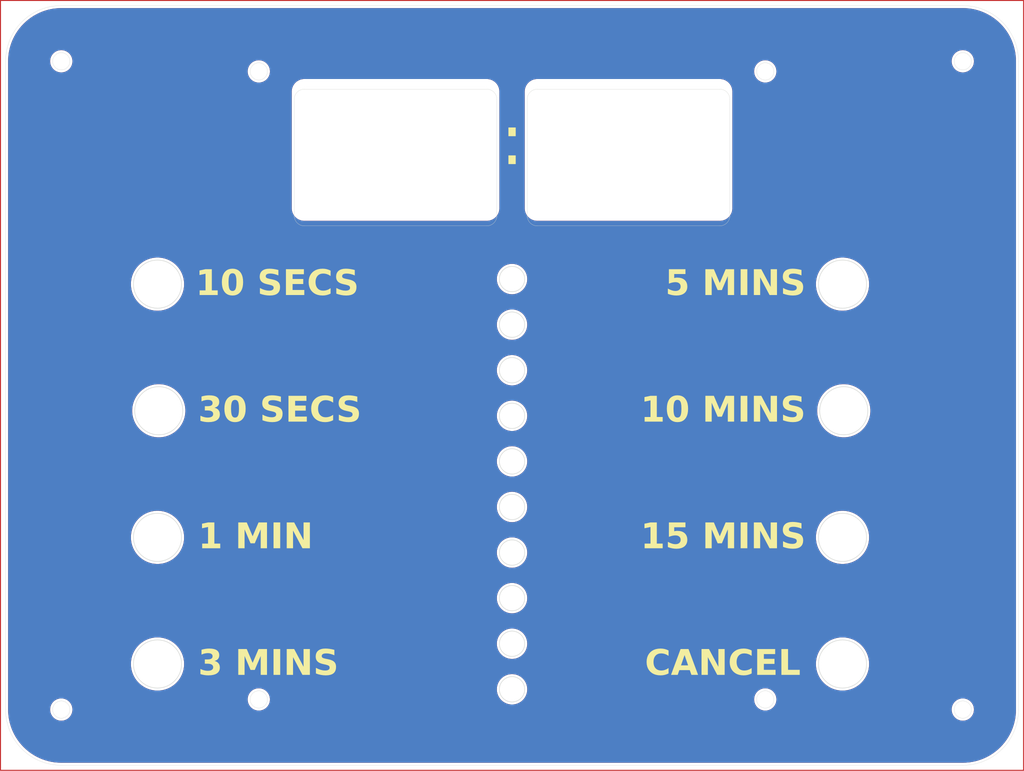
<source format=kicad_pcb>
(kicad_pcb (version 20241229) (generator "pcbnew") (generator_version "9.0")
  (layers (0 "F.Cu" signal) (2 "B.Cu" signal) (13 "F.Paste" user) (15 "B.Paste" user) (5 "F.SilkS" user "F.Silkscreen") (7 "B.SilkS" user "B.Silkscreen") (1 "F.Mask" user) (3 "B.Mask" user) (25 "Edge.Cuts" user))
  (net 0 "")
  (gr_rect (start -101 -76) (end 101 76) (stroke (width 0.2)) (fill no) (layer "F.Cu"))
  (gr_arc (start -100 -64) (mid -96.778175 -71.778175) (end -89 -75) (stroke (width 0.05)) (layer "Edge.Cuts"))
  (gr_circle (center -70 -20) (end -65.25 -20) (stroke (width 0.1)) (fill no) (layer "Edge.Cuts"))
  (gr_line (start -41 -31.5) (end -5 -31.5) (stroke (width 0.05)) (layer "Edge.Cuts"))
  (gr_line (start 41 -58.5) (end 5 -58.5) (stroke (width 0.05)) (layer "Edge.Cuts"))
  (gr_circle (center -89 -64) (end -87.3 -64) (stroke (width 0.05)) (fill no) (layer "Edge.Cuts"))
  (gr_circle (center 50 62) (end 51.7 62) (stroke (width 0.05)) (fill no) (layer "Edge.Cuts"))
  (gr_line (start 89 75) (end -89 75) (stroke (width 0.05)) (layer "Edge.Cuts"))
  (gr_circle (center 0 60) (end 2.5 60) (stroke (width 0.1)) (fill no) (layer "Edge.Cuts"))
  (gr_circle (center 0 51) (end 2.5 51) (stroke (width 0.1)) (fill no) (layer "Edge.Cuts"))
  (gr_arc (start -43 -56.5) (mid -42.414214 -57.914214) (end -41 -58.5) (stroke (width 0.05)) (layer "Edge.Cuts"))
  (gr_circle (center -70 30) (end -65.25 30) (stroke (width 0.1)) (fill no) (layer "Edge.Cuts"))
  (gr_arc (start -89 75) (mid -96.778175 71.778175) (end -100 64) (stroke (width 0.05)) (layer "Edge.Cuts"))
  (gr_line (start 5 -31.5) (end 41 -31.5) (stroke (width 0.05)) (layer "Edge.Cuts"))
  (gr_circle (center 89 64) (end 90.7 64) (stroke (width 0.05)) (fill no) (layer "Edge.Cuts"))
  (gr_circle (center 0 6) (end 2.5 6) (stroke (width 0.1)) (fill no) (layer "Edge.Cuts"))
  (gr_circle (center 50 -62) (end 51.7 -62) (stroke (width 0.05)) (fill no) (layer "Edge.Cuts"))
  (gr_circle (center 0 33) (end 2.5 33) (stroke (width 0.1)) (fill no) (layer "Edge.Cuts"))
  (gr_circle (center 65.5 5) (end 70.25 5) (stroke (width 0.1)) (fill no) (layer "Edge.Cuts"))
  (gr_arc (start 41 -58.5) (mid 42.414214 -57.914214) (end 43 -56.5) (stroke (width 0.05)) (layer "Edge.Cuts"))
  (gr_arc (start 43 -33.5) (mid 42.414214 -32.085786) (end 41 -31.5) (stroke (width 0.05)) (layer "Edge.Cuts"))
  (gr_circle (center 0 24) (end 2.5 24) (stroke (width 0.1)) (fill no) (layer "Edge.Cuts"))
  (gr_line (start -100 64) (end -100 -64.000001) (stroke (width 0.05)) (layer "Edge.Cuts"))
  (gr_line (start -4.999999 -58.5) (end -41 -58.5) (stroke (width 0.05)) (layer "Edge.Cuts"))
  (gr_circle (center 65.25 -20) (end 70 -20) (stroke (width 0.1)) (fill no) (layer "Edge.Cuts"))
  (gr_line (start 100 -64) (end 100 64) (stroke (width 0.05)) (layer "Edge.Cuts"))
  (gr_circle (center 0 -3) (end 2.5 -3) (stroke (width 0.1)) (fill no) (layer "Edge.Cuts"))
  (gr_arc (start 100 64) (mid 96.778175 71.778175) (end 89 75) (stroke (width 0.05)) (layer "Edge.Cuts"))
  (gr_arc (start -5 -58.5) (mid -3.585786 -57.914214) (end -3 -56.5) (stroke (width 0.05)) (layer "Edge.Cuts"))
  (gr_arc (start 5 -31.5) (mid 3.585786 -32.085786) (end 3 -33.5) (stroke (width 0.05)) (layer "Edge.Cuts"))
  (gr_arc (start 89 -75) (mid 96.778175 -71.778175) (end 100 -64) (stroke (width 0.05)) (layer "Edge.Cuts"))
  (gr_circle (center -69.75 5) (end -65 5) (stroke (width 0.1)) (fill no) (layer "Edge.Cuts"))
  (gr_arc (start -41 -31.5) (mid -42.414214 -32.085786) (end -43 -33.5) (stroke (width 0.05)) (layer "Edge.Cuts"))
  (gr_line (start 3 -56.5) (end 3 -33.5) (stroke (width 0.05)) (layer "Edge.Cuts"))
  (gr_circle (center -50 62) (end -48.3 62) (stroke (width 0.05)) (fill no) (layer "Edge.Cuts"))
  (gr_arc (start -3 -33.5) (mid -3.585786 -32.085786) (end -5 -31.5) (stroke (width 0.05)) (layer "Edge.Cuts"))
  (gr_arc (start 3 -56.5) (mid 3.585786 -57.914214) (end 5 -58.5) (stroke (width 0.05)) (layer "Edge.Cuts"))
  (gr_circle (center 0 15) (end 2.5 15) (stroke (width 0.1)) (fill no) (layer "Edge.Cuts"))
  (gr_line (start 43 -33.5) (end 43 -56.5) (stroke (width 0.05)) (layer "Edge.Cuts"))
  (gr_line (start -3 -33.5) (end -3 -56.500001) (stroke (width 0.05)) (layer "Edge.Cuts"))
  (gr_line (start -89.000001 -75) (end 89 -75) (stroke (width 0.05)) (layer "Edge.Cuts"))
  (gr_circle (center 0 -12) (end 2.5 -12) (stroke (width 0.1)) (fill no) (layer "Edge.Cuts"))
  (gr_circle (center -89 64) (end -87.3 64) (stroke (width 0.05)) (fill no) (layer "Edge.Cuts"))
  (gr_circle (center -70 55) (end -65.25 55) (stroke (width 0.1)) (fill no) (layer "Edge.Cuts"))
  (gr_circle (center 89 -64) (end 90.7 -64) (stroke (width 0.05)) (fill no) (layer "Edge.Cuts"))
  (gr_circle (center 65.25 30) (end 70 30) (stroke (width 0.1)) (fill no) (layer "Edge.Cuts"))
  (gr_line (start -43 -56.500001) (end -43 -33.5) (stroke (width 0.05)) (layer "Edge.Cuts"))
  (gr_circle (center 0 42) (end 2.5 42) (stroke (width 0.1)) (fill no) (layer "Edge.Cuts"))
  (gr_circle (center 65.25 55) (end 70 55) (stroke (width 0.1)) (fill no) (layer "Edge.Cuts"))
  (gr_circle (center -50 -62) (end -48.3 -62) (stroke (width 0.05)) (fill no) (layer "Edge.Cuts"))
  (gr_circle (center 0 -21) (end 2.5 -21) (stroke (width 0.1)) (fill no) (layer "Edge.Cuts"))
  (gr_text "10 SECS" (at -62.5 -17 0) (layer "F.SilkS") (effects (font (size 5 5)) (justify left bottom)))
  (gr_text "CANCEL" (at 57 58 0) (layer "F.SilkS") (effects (font (size 5 5)) (justify right bottom)))
  (gr_text "15 MINS" (at 58 33 0) (layer "F.SilkS") (effects (font (size 5 5)) (justify right bottom)))
  (gr_text ":" (at 0 -42 0) (layer "F.SilkS") (effects (font (size 10 10)) (justify bottom)))
  (gr_text "3 MINS" (at -62 58 0) (layer "F.SilkS") (effects (font (size 5 5)) (justify left bottom)))
  (gr_text "10 MINS" (at 58 8 0) (layer "F.SilkS") (effects (font (size 5 5)) (justify right bottom)))
  (gr_text "5 MINS" (at 58 -17 0) (layer "F.SilkS") (effects (font (size 5 5)) (justify right bottom)))
  (gr_text "1 MIN" (at -62 33 0) (layer "F.SilkS") (effects (font (size 5 5)) (justify left bottom)))
  (gr_text "30 SECS" (at -62 8 0) (layer "F.SilkS") (effects (font (size 5 5)) (justify left bottom)))
  (zone (net 0) (net_name "") (layers "F.Cu" "B.Cu") (connect_pads (clearance 0.5)) (min_thickness 0.25) (fill yes (thermal_gap 0.5) (thermal_bridge_width 0.5) (island_removal_mode 1) (island_area_min 10))
    (polygon (pts (xy -101 -76) (xy 101 -76) (xy 101 76) (xy -101 76)))
  )
)
</source>
